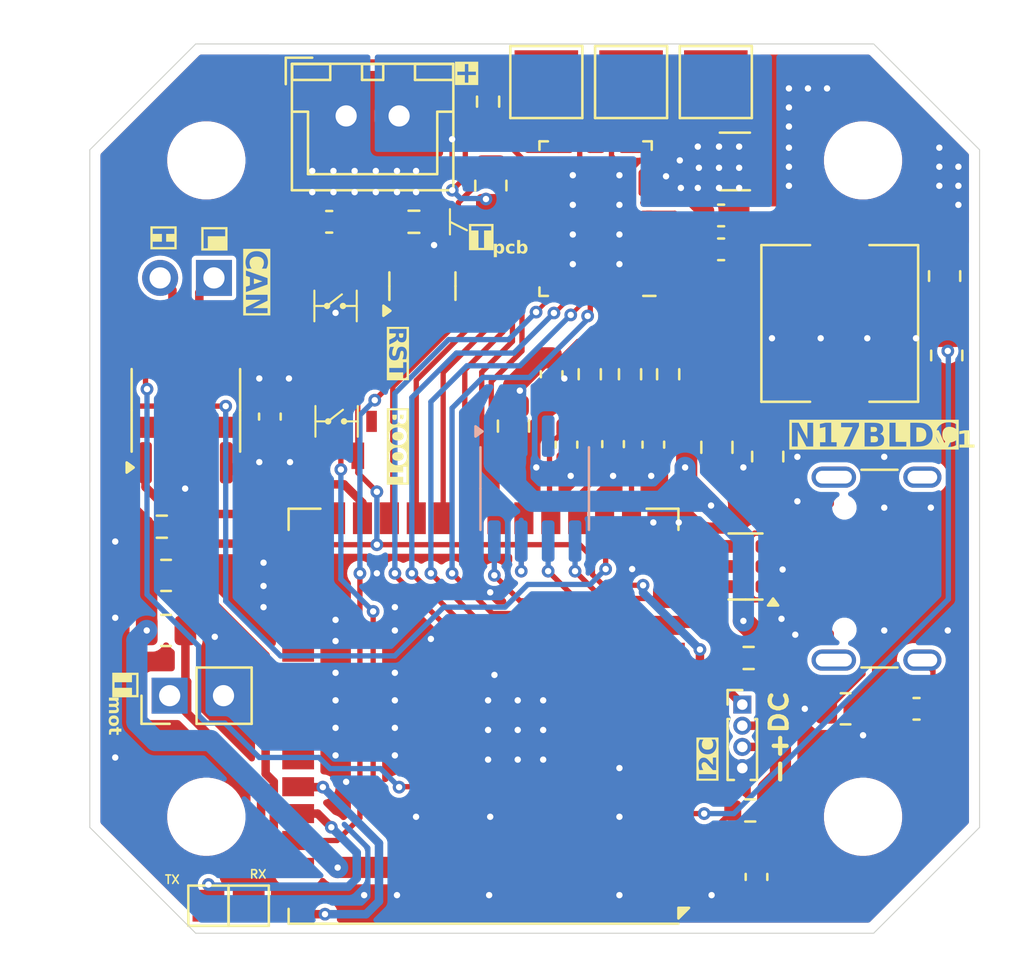
<source format=kicad_pcb>
(kicad_pcb
	(version 20240108)
	(generator "pcbnew")
	(generator_version "8.0")
	(general
		(thickness 1.6)
		(legacy_teardrops no)
	)
	(paper "A4")
	(title_block
		(comment 4 "AISLER Project ID: YMBROGBB")
	)
	(layers
		(0 "F.Cu" signal)
		(31 "B.Cu" signal)
		(32 "B.Adhes" user "B.Adhesive")
		(33 "F.Adhes" user "F.Adhesive")
		(34 "B.Paste" user)
		(35 "F.Paste" user)
		(36 "B.SilkS" user "B.Silkscreen")
		(37 "F.SilkS" user "F.Silkscreen")
		(38 "B.Mask" user)
		(39 "F.Mask" user)
		(40 "Dwgs.User" user "User.Drawings")
		(41 "Cmts.User" user "User.Comments")
		(42 "Eco1.User" user "User.Eco1")
		(43 "Eco2.User" user "User.Eco2")
		(44 "Edge.Cuts" user)
		(45 "Margin" user)
		(46 "B.CrtYd" user "B.Courtyard")
		(47 "F.CrtYd" user "F.Courtyard")
		(48 "B.Fab" user)
		(49 "F.Fab" user)
		(50 "User.1" user)
		(51 "User.2" user)
		(52 "User.3" user)
		(53 "User.4" user)
		(54 "User.5" user)
		(55 "User.6" user)
		(56 "User.7" user)
		(57 "User.8" user)
		(58 "User.9" user)
	)
	(setup
		(pad_to_mask_clearance 0)
		(allow_soldermask_bridges_in_footprints no)
		(pcbplotparams
			(layerselection 0x00010fc_ffffffff)
			(plot_on_all_layers_selection 0x0000000_00000000)
			(disableapertmacros no)
			(usegerberextensions no)
			(usegerberattributes yes)
			(usegerberadvancedattributes yes)
			(creategerberjobfile yes)
			(dashed_line_dash_ratio 12.000000)
			(dashed_line_gap_ratio 3.000000)
			(svgprecision 4)
			(plotframeref no)
			(viasonmask no)
			(mode 1)
			(useauxorigin no)
			(hpglpennumber 1)
			(hpglpenspeed 20)
			(hpglpendiameter 15.000000)
			(pdf_front_fp_property_popups yes)
			(pdf_back_fp_property_popups yes)
			(dxfpolygonmode yes)
			(dxfimperialunits yes)
			(dxfusepcbnewfont yes)
			(psnegative no)
			(psa4output no)
			(plotreference yes)
			(plotvalue yes)
			(plotfptext yes)
			(plotinvisibletext no)
			(sketchpadsonfab no)
			(subtractmaskfromsilk no)
			(outputformat 1)
			(mirror no)
			(drillshape 1)
			(scaleselection 1)
			(outputdirectory "")
		)
	)
	(net 0 "")
	(net 1 "Net-(U1-EN)")
	(net 2 "GND")
	(net 3 "Net-(U3-CPL)")
	(net 4 "Net-(U3-CPH)")
	(net 5 "Net-(U3-CP)")
	(net 6 "Vdrive")
	(net 7 "Net-(U3-SW_BK)")
	(net 8 "+3.3V")
	(net 9 "/B_D+")
	(net 10 "INHC")
	(net 11 "unconnected-(U1-IO35-Pad28)")
	(net 12 "unconnected-(U1-IO36-Pad29)")
	(net 13 "INHA")
	(net 14 "unconnected-(U1-IO42-Pad35)")
	(net 15 "/B_D-")
	(net 16 "unconnected-(U1-IO37-Pad30)")
	(net 17 "unconnected-(U1-IO38-Pad31)")
	(net 18 "SOA")
	(net 19 "INLC")
	(net 20 "SOB")
	(net 21 "SOC")
	(net 22 "unconnected-(U1-TXD0-Pad37)")
	(net 23 "unconnected-(U1-RXD0-Pad36)")
	(net 24 "unconnected-(U1-IO40-Pad33)")
	(net 25 "INLB")
	(net 26 "unconnected-(U1-IO41-Pad34)")
	(net 27 "unconnected-(U1-IO39-Pad32)")
	(net 28 "INLA")
	(net 29 "INHB")
	(net 30 "Net-(U3-SOA)")
	(net 31 "Net-(U3-SOB)")
	(net 32 "Net-(U3-SOC)")
	(net 33 "SPI_CLK")
	(net 34 "SPI_MOSI")
	(net 35 "SPI_DRV_nCS")
	(net 36 "SPI_MISO")
	(net 37 "R_TERM_EXT")
	(net 38 "R_TERM_PCB")
	(net 39 "/DRV_AVDD")
	(net 40 "DRVOFF")
	(net 41 "/DRV_nFAULT")
	(net 42 "V_sense")
	(net 43 "Net-(M1-Pad1)")
	(net 44 "Net-(M2-Pad1)")
	(net 45 "Net-(M3-Pad1)")
	(net 46 "unconnected-(J2-SBU2-PadB8)")
	(net 47 "unconnected-(J2-SBU1-PadA8)")
	(net 48 "Net-(JP1-A)")
	(net 49 "/Shield")
	(net 50 "Net-(U2-VIO)")
	(net 51 "/ESD_B_D-")
	(net 52 "/ESD_B_D+")
	(net 53 "Net-(J2-CC1)")
	(net 54 "/V_USB")
	(net 55 "Net-(J2-CC2)")
	(net 56 "/CAN_L")
	(net 57 "/CAN_H")
	(net 58 "/CAN_TX")
	(net 59 "/CAN_RX")
	(net 60 "/CAN_S")
	(net 61 "unconnected-(U5-PUSH-Pad3)")
	(net 62 "SCL")
	(net 63 "SDA")
	(net 64 "A")
	(net 65 "B")
	(footprint "Connector_PinHeader_2.54mm:PinHeader_1x02_P2.54mm_Vertical" (layer "F.Cu") (at 55.86 61.05 -90))
	(footprint "Package_TO_SOT_SMD:SOT-23-6" (layer "F.Cu") (at 80.9525 74.680001 180))
	(footprint "Capacitor_SMD:C_0603_1608Metric" (layer "F.Cu") (at 74.7 68.9 -90))
	(footprint "Connector_USB:USB_C_Receptacle_GCT_USB4105-xx-A_16P_TopMnt_Horizontal" (layer "F.Cu") (at 88.225 74.78 90))
	(footprint "TestPoint:TestPoint_Pad_1.5x1.5mm" (layer "F.Cu") (at 55.6 90.7))
	(footprint "Capacitor_SMD:C_0805_2012Metric" (layer "F.Cu") (at 70 68.05 -90))
	(footprint "Resistor_SMD:R_0805_2012Metric" (layer "F.Cu") (at 82 69.4875 90))
	(footprint "Capacitor_SMD:C_0603_1608Metric" (layer "F.Cu") (at 58.5 67.6 90))
	(footprint "CUI_TS21:TS21" (layer "F.Cu") (at 61.6 62.375 90))
	(footprint "Resistor_SMD:R_0805_2012Metric" (layer "F.Cu") (at 68.93 56.6875 -90))
	(footprint "Package_TO_SOT_SMD:SOT-23" (layer "F.Cu") (at 65.7 61.437501 90))
	(footprint "Capacitor_SMD:C_0603_1608Metric" (layer "F.Cu") (at 79.8 59.7))
	(footprint "Capacitor_SMD:C_0603_1608Metric" (layer "F.Cu") (at 76.6 68.925 -90))
	(footprint "Capacitor_SMD:C_1210_3225Metric" (layer "F.Cu") (at 80.45 55.55))
	(footprint "Capacitor_SMD:C_0603_1608Metric" (layer "F.Cu") (at 89.025 81.4 180))
	(footprint "Resistor_SMD:R_0603_1608Metric" (layer "F.Cu") (at 77.3 65.6 90))
	(footprint "TestPoint:TestPoint_Pad_3.0x3.0mm" (layer "F.Cu") (at 71.55 51.8 180))
	(footprint "TestPoint:TestPoint_Pad_3.0x3.0mm" (layer "F.Cu") (at 75.55 51.8 180))
	(footprint "RF_Module:ESP32-S3-WROOM-1U" (layer "F.Cu") (at 68.584999 81.75 180))
	(footprint "Connector_JST:JST_XH_B2B-XH-A_1x02_P2.50mm_Vertical" (layer "F.Cu") (at 62.1 53.4))
	(footprint "Resistor_SMD:R_0805_2012Metric" (layer "F.Cu") (at 85.675 81.4 180))
	(footprint "MountingHole:MountingHole_3.2mm_M3_ISO14580" (layer "F.Cu") (at 86.5 86.5))
	(footprint "Capacitor_SMD:C_0603_1608Metric" (layer "F.Cu") (at 61.3 58.4 180))
	(footprint "Capacitor_SMD:C_0603_1608Metric" (layer "F.Cu") (at 81.47 89.34 -90))
	(footprint "Resistor_SMD:R_0603_1608Metric" (layer "F.Cu") (at 53.4 72.8 180))
	(footprint "Capacitor_SMD:C_0603_1608Metric" (layer "F.Cu") (at 79.8 58.1 180))
	(footprint "Inductor_SMD:L_7.3x7.3_H4.5" (layer "F.Cu") (at 85.4 63.2 -90))
	(footprint "MountingHole:MountingHole_3.2mm_M3_ISO14580" (layer "F.Cu") (at 86.5 55.5))
	(footprint "MountingHole:MountingHole_3.2mm_M3_ISO14580" (layer "F.Cu") (at 55.5 55.5))
	(footprint "Resistor_SMD:R_0603_1608Metric" (layer "F.Cu") (at 73.6 65.6 90))
	(footprint "Resistor_SMD:R_0805_2012Metric" (layer "F.Cu") (at 53.6 75.1))
	(footprint "Resistor_SMD:R_0805_2012Metric" (layer "F.Cu") (at 53.6 77.7))
	(footprint "Connector_PinHeader_2.54mm:PinHeader_1x02_P2.54mm_Vertical" (layer "F.Cu") (at 53.77 80.78 90))
	(footprint "MountingHole:MountingHole_3.2mm_M3_ISO14580" (layer "F.Cu") (at 55.5 86.5))
	(footprint "Resistor_SMD:R_0805_2012Metric" (layer "F.Cu") (at 90.35 60.9625 -90))
	(footprint "Capacitor_SMD:C_0805_2012Metric" (layer "F.Cu") (at 79.6 69.050001 -90))
	(footprint "Capacitor_SMD:C_0603_1608Metric" (layer "F.Cu") (at 72.5 68.925 -90))
	(footprint "Resistor_SMD:R_0603_1608Metric" (layer "F.Cu") (at 81.175 86.2))
	(footprint "Resistor_SMD:R_0603_1608Metric" (layer "F.Cu") (at 75.5 65.6 90))
	(footprint "Capacitor_SMD:C_0603_1608Metric" (layer "F.Cu") (at 71.8 65.6 -90))
	(footprint "Resistor_SMD:R_0603_1608Metric" (layer "F.Cu") (at 81.1 79))
	(footprint "DRV8313PWP:QFN-40_EP_5x7_Pitch0.5mm"
		(layer "F.Cu")
		(uuid "cfec568f-cf79-4fab-abae-6a08391e9170")
		(at 73.875 58.25 180)
		(property "Reference" "U3"
			(at -4.65 1.875 180)
			(unlocked yes)
			(layer "F.SilkS")
			(hide yes)
			(uuid "d38c9a7a-81bc-457f-8c2d-2820e1488da9")
			(effects
				(font
					(size 1 1)
					(thickness 0.15)
				)
			)
		)
		(property "Value" "DRV8316CR"
			(at 0 5.3 180)
			(unlocked yes)
			(layer "F.Fab")
			(uuid "4859d0c2-0481-497f-92a4-c6f87534baae")
			(effects
				(font
					(size 1 1)
					(thickness 0.15)
				)
			)
		)
		(property "Footprint" "DRV8313PWP:QFN-40_EP_5x7_Pitch0.5mm"
			(at -1.15 -8.6 180)
			(unlocked yes)
			(layer "F.Fab")
			(hide yes)
			(uuid "fd4d2a3e-7345-4c48-ac59-c79f10f2e7f5")
			(effects
				(font
					(size 1.27 1.27)
				)
			)
		)
		(property "Datasheet" "https://www.ti.com/lit/ds/symlink/drv8316c.pdf?ts=1718368480977"
			(at 0 0 180)
			(unlocked yes)
			(layer "F.Fab")
			(hide yes)
			(uuid "6dd936bb-fa4d-4e31-bb6b-4e4d549fe43d")
			(effects
				(font
					(size 1.27 1.27)
				)
			)
		)
		(property "Description" "DRV8316C Three-Phase Integrated FET Motor Driver"
			(at 0 0 180)
			(unlocked yes)
			(layer "F.Fab")
			(hide yes)
			(
... [353356 chars truncated]
</source>
